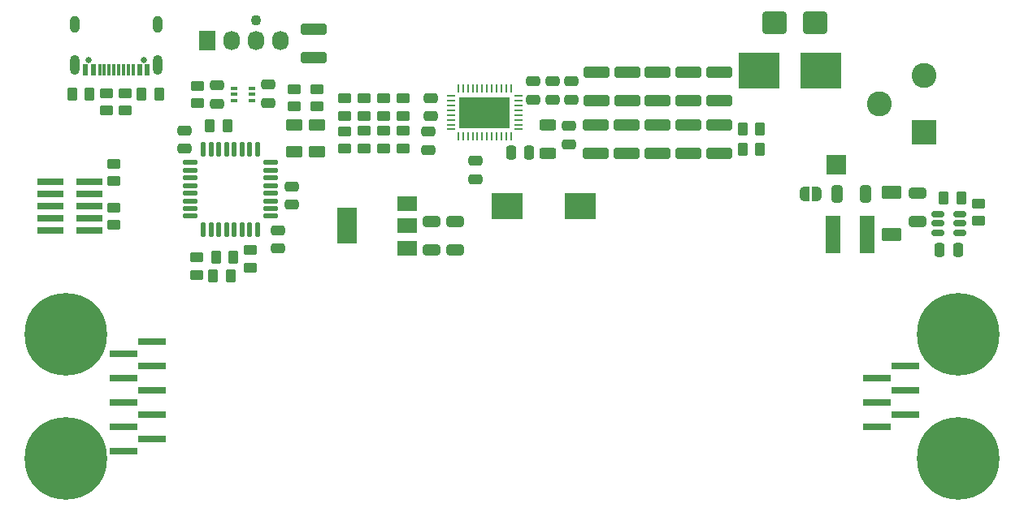
<source format=gts>
G04 #@! TF.GenerationSoftware,KiCad,Pcbnew,7.0.7-7.0.7~ubuntu22.04.1*
G04 #@! TF.CreationDate,2024-03-15T11:13:54+01:00*
G04 #@! TF.ProjectId,kicad,6b696361-642e-46b6-9963-61645f706362,302*
G04 #@! TF.SameCoordinates,Original*
G04 #@! TF.FileFunction,Soldermask,Top*
G04 #@! TF.FilePolarity,Negative*
%FSLAX46Y46*%
G04 Gerber Fmt 4.6, Leading zero omitted, Abs format (unit mm)*
G04 Created by KiCad (PCBNEW 7.0.7-7.0.7~ubuntu22.04.1) date 2024-03-15 11:13:54*
%MOMM*%
%LPD*%
G01*
G04 APERTURE LIST*
G04 Aperture macros list*
%AMRoundRect*
0 Rectangle with rounded corners*
0 $1 Rounding radius*
0 $2 $3 $4 $5 $6 $7 $8 $9 X,Y pos of 4 corners*
0 Add a 4 corners polygon primitive as box body*
4,1,4,$2,$3,$4,$5,$6,$7,$8,$9,$2,$3,0*
0 Add four circle primitives for the rounded corners*
1,1,$1+$1,$2,$3*
1,1,$1+$1,$4,$5*
1,1,$1+$1,$6,$7*
1,1,$1+$1,$8,$9*
0 Add four rect primitives between the rounded corners*
20,1,$1+$1,$2,$3,$4,$5,0*
20,1,$1+$1,$4,$5,$6,$7,0*
20,1,$1+$1,$6,$7,$8,$9,0*
20,1,$1+$1,$8,$9,$2,$3,0*%
%AMFreePoly0*
4,1,19,0.500000,-0.750000,0.000000,-0.750000,0.000000,-0.744911,-0.071157,-0.744911,-0.207708,-0.704816,-0.327430,-0.627875,-0.420627,-0.520320,-0.479746,-0.390866,-0.500000,-0.250000,-0.500000,0.250000,-0.479746,0.390866,-0.420627,0.520320,-0.327430,0.627875,-0.207708,0.704816,-0.071157,0.744911,0.000000,0.744911,0.000000,0.750000,0.500000,0.750000,0.500000,-0.750000,0.500000,-0.750000,
$1*%
%AMFreePoly1*
4,1,19,0.000000,0.744911,0.071157,0.744911,0.207708,0.704816,0.327430,0.627875,0.420627,0.520320,0.479746,0.390866,0.500000,0.250000,0.500000,-0.250000,0.479746,-0.390866,0.420627,-0.520320,0.327430,-0.627875,0.207708,-0.704816,0.071157,-0.744911,0.000000,-0.744911,0.000000,-0.750000,-0.500000,-0.750000,-0.500000,0.750000,0.000000,0.750000,0.000000,0.744911,0.000000,0.744911,
$1*%
G04 Aperture macros list end*
%ADD10R,3.300000X2.800000*%
%ADD11RoundRect,0.250000X0.262500X0.450000X-0.262500X0.450000X-0.262500X-0.450000X0.262500X-0.450000X0*%
%ADD12RoundRect,0.250000X-0.325000X-0.650000X0.325000X-0.650000X0.325000X0.650000X-0.325000X0.650000X0*%
%ADD13RoundRect,0.250000X-0.262500X-0.450000X0.262500X-0.450000X0.262500X0.450000X-0.262500X0.450000X0*%
%ADD14RoundRect,0.250000X-0.650000X0.325000X-0.650000X-0.325000X0.650000X-0.325000X0.650000X0.325000X0*%
%ADD15RoundRect,0.250000X-0.475000X0.250000X-0.475000X-0.250000X0.475000X-0.250000X0.475000X0.250000X0*%
%ADD16RoundRect,0.250000X0.800000X-0.450000X0.800000X0.450000X-0.800000X0.450000X-0.800000X-0.450000X0*%
%ADD17RoundRect,0.250000X0.450000X-0.262500X0.450000X0.262500X-0.450000X0.262500X-0.450000X-0.262500X0*%
%ADD18RoundRect,0.250000X1.100000X-0.325000X1.100000X0.325000X-1.100000X0.325000X-1.100000X-0.325000X0*%
%ADD19RoundRect,0.250000X-1.100000X0.325000X-1.100000X-0.325000X1.100000X-0.325000X1.100000X0.325000X0*%
%ADD20R,2.000000X1.500000*%
%ADD21R,2.000000X3.800000*%
%ADD22RoundRect,0.250000X0.475000X-0.250000X0.475000X0.250000X-0.475000X0.250000X-0.475000X-0.250000X0*%
%ADD23R,2.600000X2.600000*%
%ADD24C,2.600000*%
%ADD25R,2.760000X0.650000*%
%ADD26RoundRect,0.250000X0.250000X0.475000X-0.250000X0.475000X-0.250000X-0.475000X0.250000X-0.475000X0*%
%ADD27RoundRect,0.250000X-0.450000X0.262500X-0.450000X-0.262500X0.450000X-0.262500X0.450000X0.262500X0*%
%ADD28RoundRect,0.250000X0.625000X-0.375000X0.625000X0.375000X-0.625000X0.375000X-0.625000X-0.375000X0*%
%ADD29R,1.500000X4.000000*%
%ADD30R,0.650000X0.400000*%
%ADD31RoundRect,0.062500X0.062500X-0.337500X0.062500X0.337500X-0.062500X0.337500X-0.062500X-0.337500X0*%
%ADD32RoundRect,0.062500X0.337500X-0.062500X0.337500X0.062500X-0.337500X0.062500X-0.337500X-0.062500X0*%
%ADD33C,0.400000*%
%ADD34R,5.300000X3.300000*%
%ADD35C,0.650000*%
%ADD36R,0.600000X1.150000*%
%ADD37R,0.300000X1.150000*%
%ADD38O,1.000000X2.100000*%
%ADD39O,1.000000X1.800000*%
%ADD40RoundRect,0.125000X0.625000X0.125000X-0.625000X0.125000X-0.625000X-0.125000X0.625000X-0.125000X0*%
%ADD41RoundRect,0.125000X0.125000X0.625000X-0.125000X0.625000X-0.125000X-0.625000X0.125000X-0.625000X0*%
%ADD42RoundRect,0.250000X-0.250000X-0.475000X0.250000X-0.475000X0.250000X0.475000X-0.250000X0.475000X0*%
%ADD43R,2.000000X2.000000*%
%ADD44R,4.245000X3.810000*%
%ADD45RoundRect,0.250000X0.625000X-0.312500X0.625000X0.312500X-0.625000X0.312500X-0.625000X-0.312500X0*%
%ADD46C,1.100000*%
%ADD47R,1.730000X2.030000*%
%ADD48O,1.730000X2.030000*%
%ADD49RoundRect,0.250000X-1.000000X-0.900000X1.000000X-0.900000X1.000000X0.900000X-1.000000X0.900000X0*%
%ADD50FreePoly0,180.000000*%
%ADD51FreePoly1,180.000000*%
%ADD52RoundRect,0.250000X0.650000X-0.325000X0.650000X0.325000X-0.650000X0.325000X-0.650000X-0.325000X0*%
%ADD53C,0.900000*%
%ADD54C,8.600000*%
%ADD55R,3.000000X0.650000*%
%ADD56RoundRect,0.150000X0.512500X0.150000X-0.512500X0.150000X-0.512500X-0.150000X0.512500X-0.150000X0*%
G04 APERTURE END LIST*
D10*
X107066000Y-80899000D03*
X114676000Y-80899000D03*
D11*
X70786000Y-69215000D03*
X68961000Y-69215000D03*
D12*
X141425000Y-79619000D03*
X144375000Y-79619000D03*
D13*
X152528500Y-80000000D03*
X154353500Y-80000000D03*
D14*
X99187000Y-82472000D03*
X99187000Y-85422000D03*
D15*
X99110800Y-69584000D03*
X99110800Y-71484000D03*
D16*
X147091000Y-83851000D03*
X147091000Y-79451000D03*
D17*
X92118800Y-74826500D03*
X92118800Y-73001500D03*
D18*
X119500000Y-75377000D03*
X119500000Y-72427000D03*
D11*
X133400800Y-72796400D03*
X131575800Y-72796400D03*
D17*
X65301500Y-70889500D03*
X65301500Y-69064500D03*
D13*
X131575800Y-74930000D03*
X133400800Y-74930000D03*
D15*
X103752000Y-76139000D03*
X103752000Y-78039000D03*
D19*
X122725800Y-66888000D03*
X122725800Y-69838000D03*
D15*
X83161500Y-83379000D03*
X83161500Y-85279000D03*
D20*
X96622000Y-85231000D03*
X96622000Y-82931000D03*
D21*
X90322000Y-82931000D03*
D20*
X96622000Y-80631000D03*
D22*
X113505600Y-74400000D03*
X113505600Y-72500000D03*
D23*
X150500000Y-73200000D03*
D24*
X150500000Y-67200000D03*
X145800000Y-70200000D03*
D17*
X66052000Y-82827500D03*
X66052000Y-81002500D03*
X67206500Y-70889500D03*
X67206500Y-69064500D03*
D13*
X61698500Y-69215000D03*
X63523500Y-69215000D03*
D25*
X59460000Y-78359000D03*
X63500000Y-78359000D03*
X59460000Y-79629000D03*
X63500000Y-79629000D03*
X59460000Y-80899000D03*
X63500000Y-80899000D03*
X59460000Y-82169000D03*
X63500000Y-82169000D03*
X59460000Y-83439000D03*
X63500000Y-83439000D03*
D26*
X154010000Y-85461000D03*
X152110000Y-85461000D03*
D17*
X94150800Y-74826500D03*
X94150800Y-73001500D03*
D15*
X84582000Y-78806000D03*
X84582000Y-80706000D03*
D22*
X73382500Y-74865000D03*
X73382500Y-72965000D03*
D27*
X84836000Y-68660000D03*
X84836000Y-70485000D03*
D28*
X87249000Y-75163500D03*
X87249000Y-72363500D03*
D15*
X82169000Y-68204000D03*
X82169000Y-70104000D03*
D14*
X101600000Y-82472000D03*
X101600000Y-85422000D03*
D17*
X74803000Y-70127500D03*
X74803000Y-68302500D03*
D18*
X116299600Y-75377000D03*
X116299600Y-72427000D03*
D15*
X113725200Y-67850000D03*
X113725200Y-69750000D03*
D29*
X144573000Y-83810000D03*
X140973000Y-83810000D03*
D19*
X116325000Y-66889800D03*
X116325000Y-69839800D03*
D17*
X92118800Y-71461700D03*
X92118800Y-69636700D03*
D15*
X76835000Y-68265000D03*
X76835000Y-70165000D03*
D19*
X86868000Y-62406000D03*
X86868000Y-65356000D03*
D18*
X129159000Y-75363600D03*
X129159000Y-72413600D03*
D30*
X78552000Y-68565000D03*
X78552000Y-69215000D03*
X78552000Y-69865000D03*
X80452000Y-69865000D03*
X80452000Y-69215000D03*
X80452000Y-68565000D03*
D17*
X74676000Y-88034500D03*
X74676000Y-86209500D03*
D11*
X77912500Y-72500000D03*
X76087500Y-72500000D03*
D27*
X156108000Y-80587500D03*
X156108000Y-82412500D03*
D15*
X98806000Y-73091000D03*
X98806000Y-74991000D03*
D31*
X101941800Y-73608000D03*
X102441800Y-73608000D03*
X102941800Y-73608000D03*
X103441800Y-73608000D03*
X103941800Y-73608000D03*
X104441800Y-73608000D03*
X104941800Y-73608000D03*
X105441800Y-73608000D03*
X105941800Y-73608000D03*
X106441800Y-73608000D03*
X106941800Y-73608000D03*
X107441800Y-73608000D03*
D32*
X108191800Y-72858000D03*
X108191800Y-72358000D03*
X108191800Y-71858000D03*
X108191800Y-71358000D03*
X108191800Y-70858000D03*
X108191800Y-70358000D03*
X108191800Y-69858000D03*
X108191800Y-69358000D03*
D31*
X107441800Y-68608000D03*
X106941800Y-68608000D03*
X106441800Y-68608000D03*
X105941800Y-68608000D03*
X105441800Y-68608000D03*
X104941800Y-68608000D03*
X104441800Y-68608000D03*
X103941800Y-68608000D03*
X103441800Y-68608000D03*
X102941800Y-68608000D03*
X102441800Y-68608000D03*
X101941800Y-68608000D03*
D32*
X101191800Y-69358000D03*
X101191800Y-69858000D03*
X101191800Y-70358000D03*
X101191800Y-70858000D03*
X101191800Y-71358000D03*
X101191800Y-71858000D03*
X101191800Y-72358000D03*
X101191800Y-72858000D03*
D33*
X103291800Y-72388000D03*
X104691800Y-72388000D03*
X106091800Y-72388000D03*
X102291800Y-71108000D03*
X103291800Y-71108000D03*
X104691800Y-71108000D03*
D34*
X104691800Y-71108000D03*
D33*
X106091800Y-71108000D03*
X107091800Y-71108000D03*
X103291800Y-69828000D03*
X104691800Y-69828000D03*
X106091800Y-69828000D03*
D17*
X66052000Y-78255500D03*
X66052000Y-76430500D03*
D15*
X109762800Y-67850000D03*
X109762800Y-69750000D03*
D35*
X69216000Y-65605000D03*
X63436000Y-65605000D03*
D36*
X69526000Y-66680000D03*
X68726000Y-66680000D03*
D37*
X67576000Y-66680000D03*
X66576000Y-66680000D03*
X66076000Y-66680000D03*
X65076000Y-66680000D03*
D36*
X63926000Y-66680000D03*
X63126000Y-66680000D03*
X63126000Y-66680000D03*
X63926000Y-66680000D03*
D37*
X64576000Y-66680000D03*
X65576000Y-66680000D03*
X67076000Y-66680000D03*
X68076000Y-66680000D03*
D36*
X68726000Y-66680000D03*
X69526000Y-66680000D03*
D38*
X70646000Y-66105000D03*
D39*
X70646000Y-61925000D03*
D38*
X62006000Y-66105000D03*
D39*
X62006000Y-61925000D03*
D27*
X87249000Y-68660000D03*
X87249000Y-70485000D03*
D40*
X82383500Y-81922000D03*
X82383500Y-81122000D03*
X82383500Y-80322000D03*
X82383500Y-79522000D03*
X82383500Y-78722000D03*
X82383500Y-77922000D03*
X82383500Y-77122000D03*
X82383500Y-76322000D03*
D41*
X81008500Y-74947000D03*
X80208500Y-74947000D03*
X79408500Y-74947000D03*
X78608500Y-74947000D03*
X77808500Y-74947000D03*
X77008500Y-74947000D03*
X76208500Y-74947000D03*
X75408500Y-74947000D03*
D40*
X74033500Y-76322000D03*
X74033500Y-77122000D03*
X74033500Y-77922000D03*
X74033500Y-78722000D03*
X74033500Y-79522000D03*
X74033500Y-80322000D03*
X74033500Y-81122000D03*
X74033500Y-81922000D03*
D41*
X75408500Y-83297000D03*
X76208500Y-83297000D03*
X77008500Y-83297000D03*
X77808500Y-83297000D03*
X78608500Y-83297000D03*
X79408500Y-83297000D03*
X80208500Y-83297000D03*
X81008500Y-83297000D03*
D17*
X80240500Y-87273500D03*
X80240500Y-85448500D03*
D42*
X107424800Y-75299000D03*
X109324800Y-75299000D03*
D43*
X141351000Y-76553000D03*
D13*
X76407000Y-88138000D03*
X78232000Y-88138000D03*
D17*
X96182800Y-71448300D03*
X96182800Y-69623300D03*
X90086800Y-74865300D03*
X90086800Y-73040300D03*
D44*
X139687500Y-66750000D03*
X133312500Y-66750000D03*
D45*
X111295800Y-75362500D03*
X111295800Y-72437500D03*
D46*
X80899000Y-61467000D03*
D47*
X75819000Y-63627000D03*
D48*
X78359000Y-63627000D03*
X80899000Y-63627000D03*
X83439000Y-63627000D03*
D19*
X119525400Y-66888000D03*
X119525400Y-69838000D03*
D17*
X96182800Y-74814500D03*
X96182800Y-72989500D03*
D27*
X94150800Y-69634800D03*
X94150800Y-71459800D03*
D13*
X76684500Y-86233000D03*
X78509500Y-86233000D03*
D49*
X134850000Y-61750000D03*
X139150000Y-61750000D03*
D28*
X84836000Y-75163500D03*
X84836000Y-72363500D03*
D19*
X125926200Y-66889800D03*
X125926200Y-69839800D03*
D18*
X122700400Y-75363600D03*
X122700400Y-72413600D03*
D50*
X139319000Y-79601000D03*
D51*
X138019000Y-79601000D03*
D52*
X149758000Y-82491000D03*
X149758000Y-79541000D03*
D27*
X90086800Y-69636700D03*
X90086800Y-71461700D03*
D15*
X111744000Y-67850000D03*
X111744000Y-69750000D03*
D19*
X129126600Y-66889800D03*
X129126600Y-69839800D03*
D53*
X61042000Y-97436000D03*
X154042000Y-97436000D03*
X58761581Y-96491419D03*
X63322419Y-96491419D03*
X151761581Y-96491419D03*
X156322419Y-96491419D03*
X57817000Y-94211000D03*
D54*
X61042000Y-94211000D03*
D53*
X64267000Y-94211000D03*
X150817000Y-94211000D03*
D54*
X154042000Y-94211000D03*
D53*
X157267000Y-94211000D03*
X58761581Y-91930581D03*
X63322419Y-91930581D03*
X151761581Y-91930581D03*
X156322419Y-91930581D03*
X61042000Y-90986000D03*
X154042000Y-90986000D03*
X61042000Y-110436000D03*
X154042000Y-110436000D03*
X58761581Y-109491419D03*
X63322419Y-109491419D03*
X151761581Y-109491419D03*
X156322419Y-109491419D03*
X57817000Y-107211000D03*
D54*
X61042000Y-107211000D03*
D53*
X64267000Y-107211000D03*
X150817000Y-107211000D03*
D54*
X154042000Y-107211000D03*
D53*
X157267000Y-107211000D03*
X58761581Y-104930581D03*
X63322419Y-104930581D03*
X151761581Y-104930581D03*
X156322419Y-104930581D03*
X61042000Y-103986000D03*
X154042000Y-103986000D03*
D55*
X70042000Y-94996000D03*
X67042000Y-96266000D03*
X70042000Y-97536000D03*
X67042000Y-98806000D03*
X70042000Y-100076000D03*
X67042000Y-101346000D03*
X70042000Y-102616000D03*
X67042000Y-103886000D03*
X70042000Y-105156000D03*
X67042000Y-106426000D03*
X148542000Y-97536000D03*
X145542000Y-98806000D03*
X148542000Y-100076000D03*
X145542000Y-101346000D03*
X148542000Y-102616000D03*
X145542000Y-103886000D03*
D56*
X154197500Y-83617000D03*
X154197500Y-82667000D03*
X154197500Y-81717000D03*
X151922500Y-81717000D03*
X151922500Y-82667000D03*
X151922500Y-83617000D03*
D18*
X125933200Y-75363600D03*
X125933200Y-72413600D03*
M02*

</source>
